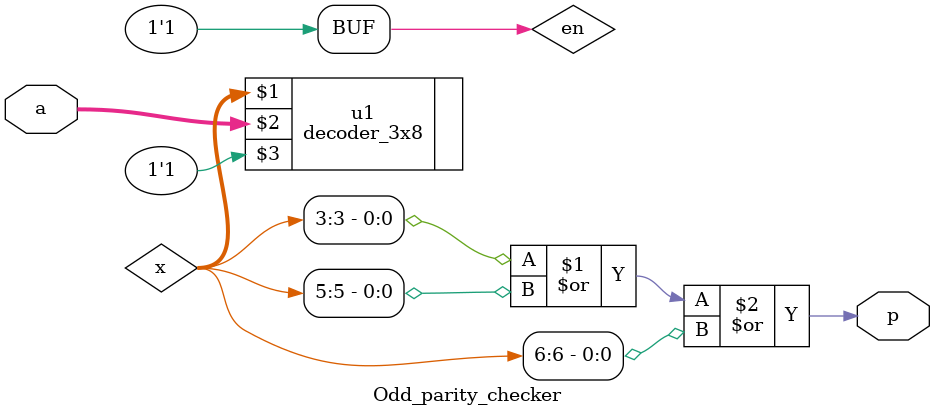
<source format=v>
`timescale 1ns / 1ps


module Odd_parity_checker(p,a);
input [2:0]a;
output p;
wire [7:0]x;
wire en=1;
decoder_3x8 u1 (x,a,en);
or u2 (p,x[3],x[5],x[6]);
endmodule

</source>
